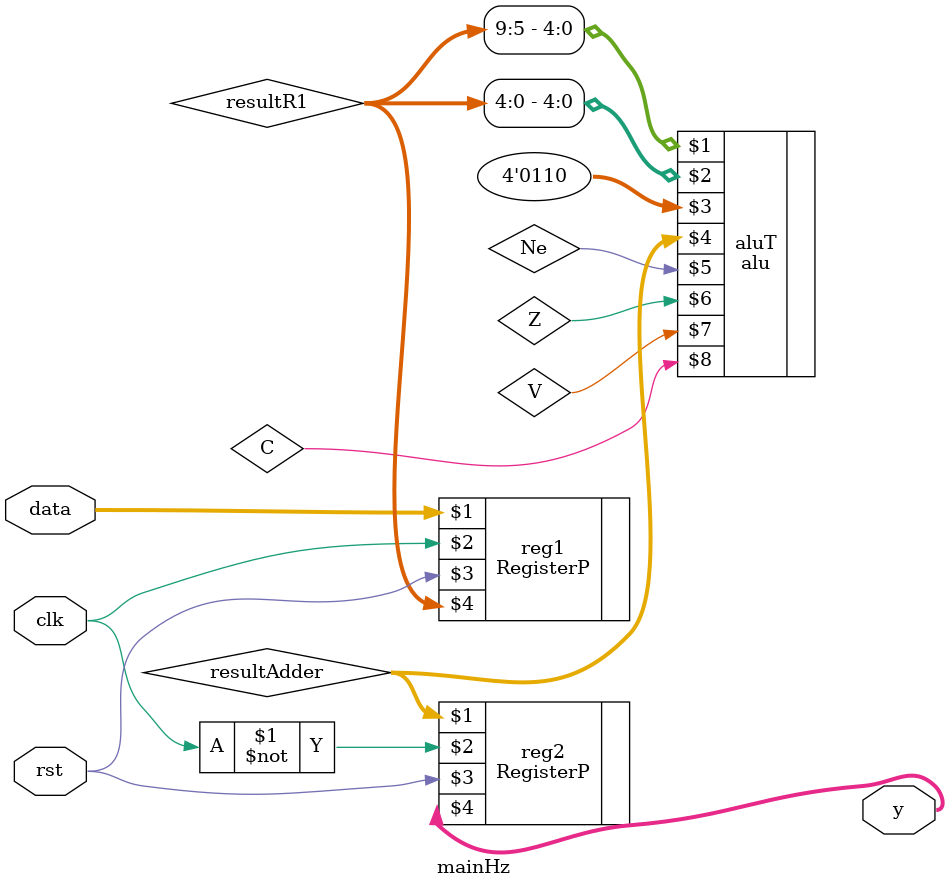
<source format=sv>
module mainHz(input clk, rst, input [9:0] data, output [9:0] y);

	logic [9:0] resultR1, resultAdder;

	RegisterP reg1(data, clk, rst, resultR1);
	
	alu #(10) aluT(resultR1[9:5], resultR1[4:0], 4'b0110, resultAdder, Ne, Z, V, C);

	RegisterP reg2(resultAdder, ~clk, rst, y);

endmodule 
</source>
